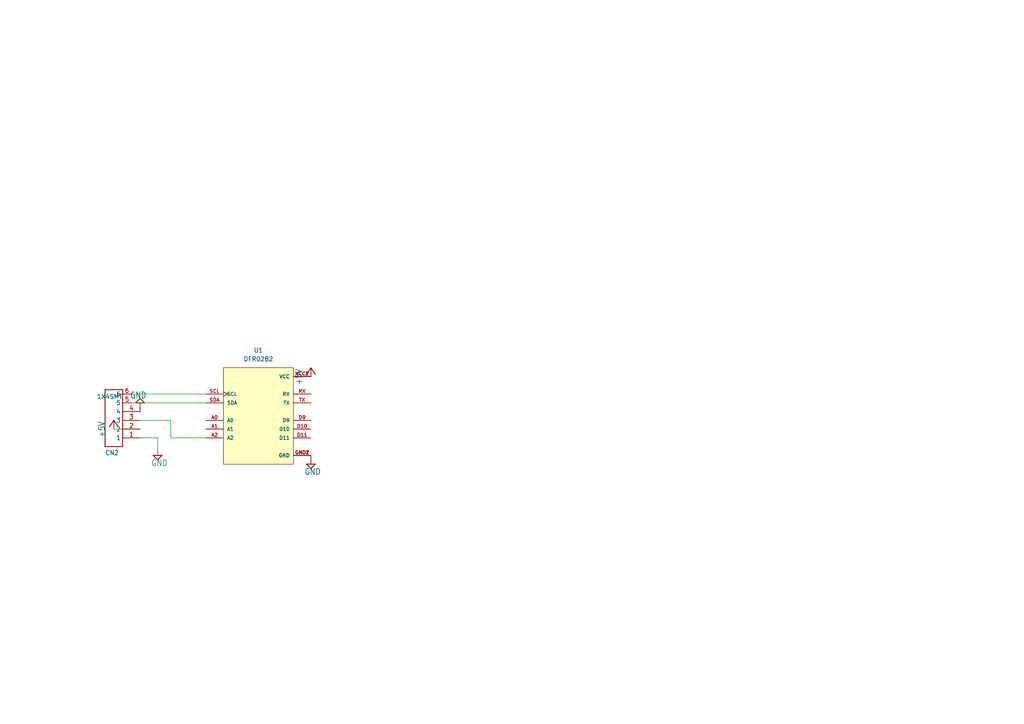
<source format=kicad_sch>
(kicad_sch (version 20211123) (generator eeschema)
  (paper "A4")
  (lib_symbols
    (symbol "Adafruit NeoPixel 8 Stick-eagle-import:+5V" (power)
      (property "Value" "+5V" (at -2.54 -5.08 90))
      (symbol "+5V_1_0"
        (polyline (pts (xy 0 0) (xy -1.27 -1.905)) (stroke (width 0.254)))
        (polyline (pts (xy 1.27 -1.905) (xy 0 0)) (stroke (width 0.254)))
        (pin power_in line (at 0 -2.54 90) (length 2.54) (name "+5V") (number "1"))
      )
    )
    (symbol "Adafruit NeoPixel 8 Stick-eagle-import:1X4SMT"
      (property "Reference" "CN" (at 5.08 7.62 0))
      (property "Value" "1X4SMT" (at 0 -10.16 0))
      (symbol "1X4SMT_1_0"
        (polyline (pts (xy 0 -11.43) (xy 0 5.08)) (stroke (width 0.254)))
        (polyline (pts (xy 0 5.08) (xy 5.08 5.08)) (stroke (width 0.254)))
        (polyline (pts (xy 5.08 -11.43) (xy 0 -11.43)) (stroke (width 0.254)))
        (polyline (pts (xy 5.08 5.08) (xy 5.08 -11.43)) (stroke (width 0.254)))
        (pin bidirectional line (at -5.08 2.54 0) (length 5.08) (name "1") (number "1"))
        (pin bidirectional line (at -5.08 0 0) (length 5.08) (name "2") (number "2"))
        (pin bidirectional line (at -5.08 -2.54 0) (length 5.08) (name "3") (number "3"))
        (pin bidirectional line (at -5.08 -5.08 0) (length 5.08) (name "4") (number "4"))
      )
      (symbol "1X4SMT_1_1"
        (pin bidirectional line (at -2.54 -7.62 0) (length 2.54) (name "5") (number "5"))
        (pin bidirectional line (at -2.54 -10.16 0) (length 2.54) (name "6") (number "6"))
      )
    )
    (symbol "Adafruit NeoPixel 8 Stick-eagle-import:GND" (power)
      (property "Value" "GND" (at -1.905 -3.175 0))
      (symbol "GND_1_0"
        (polyline (pts (xy -1.27 0) (xy 1.27 0)) (stroke (width 0.254)))
        (polyline (pts (xy 0 -1.27) (xy -1.27 0)) (stroke (width 0.254)))
        (polyline (pts (xy 1.27 0) (xy 0 -1.27)) (stroke (width 0.254)))
        (pin power_in line (at 0 2.54 270) (length 2.54) (name "GND") (number "1"))
      )
    )
    (symbol "DFR0282:DFR0282" (pin_names (offset 1.016))
      (property "Reference" "U" (at -10.16 16.002 0))
      (property "Value" "DFR0282" (at -10.16 -15.24 0))
      (symbol "DFR0282_0_0"
        (rectangle (start -10.16 -12.7) (end 10.16 15.24) (stroke (width 0.1524)) (fill (type background)))
        (pin bidirectional line (at -15.24 0 0) (length 5.08) (name "A0") (number "A0"))
        (pin bidirectional line (at -15.24 -2.54 0) (length 5.08) (name "A1") (number "A1"))
        (pin bidirectional line (at -15.24 -5.08 0) (length 5.08) (name "A2") (number "A2"))
        (pin bidirectional line (at 15.24 -2.54 180) (length 5.08) (name "D10") (number "D10"))
        (pin bidirectional line (at 15.24 -5.08 180) (length 5.08) (name "D11") (number "D11"))
        (pin bidirectional line (at 15.24 0 180) (length 5.08) (name "D9") (number "D9"))
        (pin power_in line (at 15.24 -10.16 180) (length 5.08) (name "GND") (number "GND1"))
        (pin power_in line (at 15.24 -10.16 180) (length 5.08) (name "GND") (number "GND2"))
        (pin input line (at 15.24 7.62 180) (length 5.08) (name "RX") (number "RX"))
        (pin input clock (at -15.24 7.62 0) (length 5.08) (name "SCL") (number "SCL"))
        (pin bidirectional line (at -15.24 5.08 0) (length 5.08) (name "SDA") (number "SDA"))
        (pin output line (at 15.24 5.08 180) (length 5.08) (name "TX") (number "TX"))
        (pin power_in line (at 15.24 12.7 180) (length 5.08) (name "VCC") (number "VCC1"))
        (pin power_in line (at 15.24 12.7 180) (length 5.08) (name "VCC") (number "VCC2"))
      )
    )
  )
  (wire (pts (xy 40.64 127) (xy 45.72 127)))
  (wire (pts (xy 45.72 127) (xy 45.72 129.54)))
  (wire (pts (xy 38.1 116.84) (xy 59.69 116.84)))
  (wire (pts (xy 38.1 114.3) (xy 59.69 114.3)))
  (wire (pts (xy 49.53 121.92) (xy 40.64 121.92)))
  (wire (pts (xy 49.53 127) (xy 49.53 121.92)))
  (wire (pts (xy 59.69 127) (xy 49.53 127)))
  (wire (pts (xy 33.02 124.46) (xy 40.64 124.46)))
  (symbol (lib_id "Adafruit NeoPixel 8 Stick-eagle-import:GND") (at 90.17 134.62 0) (unit 1)
    (property "Reference" "#SUPPLY0101" (effects hide))
    (property "Value" "GND" (at 88.265 137.795 0) (effects (font (size 1.778 1.5113)) (justify left bottom)))
    (property "Footprint" "Adafruit NeoPixel 8 Stick:" (effects hide))
  )
  (symbol (lib_id "Adafruit NeoPixel 8 Stick-eagle-import:GND") (at 40.64 116.84 180) (unit 1)
    (property "Reference" "#SUPPLY02" (effects hide))
    (property "Value" "GND" (at 42.545 113.665 0) (effects (font (size 1.778 1.5113)) (justify left bottom)))
    (property "Footprint" "Adafruit NeoPixel 8 Stick:" (effects hide))
  )
  (symbol (lib_id "Adafruit NeoPixel 8 Stick-eagle-import:+5V") (at 90.17 106.68 0) (unit 1)
    (property "Reference" "#P+0101" (effects hide))
    (property "Value" "+5V" (at 87.63 111.76 90) (effects (font (size 1.778 1.5113)) (justify left bottom)))
    (property "Footprint" "Adafruit NeoPixel 8 Stick:" (effects hide))
  )
  (symbol (lib_id "Adafruit NeoPixel 8 Stick-eagle-import:+5V") (at 33.02 121.92 0) (unit 1)
    (property "Reference" "#P+011" (effects hide))
    (property "Value" "+5V" (at 30.48 127 90) (effects (font (size 1.778 1.5113)) (justify left bottom)))
    (property "Footprint" "Adafruit NeoPixel 8 Stick:" (effects hide))
  )
  (symbol (lib_id "Adafruit NeoPixel 8 Stick-eagle-import:GND") (at 45.72 132.08 0) (unit 1)
    (property "Reference" "#SUPPLY07" (effects hide))
    (property "Value" "GND" (at 43.815 135.255 0) (effects (font (size 1.778 1.5113)) (justify left bottom)))
    (property "Footprint" "Adafruit NeoPixel 8 Stick:" (effects hide))
  )
  (symbol (lib_id "Adafruit NeoPixel 8 Stick-eagle-import:1X4SMT") (at 35.56 124.46 180) (unit 1)
    (property "Reference" "CN2" (at 30.48 132.08 0) (effects (justify right top)))
    (property "Value" "1X4SMT" (at 35.56 114.3 0) (effects (justify left bottom)))
    (property "Footprint" "Adafruit NeoPixel 8 Stick:1X4-SMT" (effects hide))
  )
  (symbol (lib_id "DFR0282:DFR0282") (at 74.93 121.92 0) (unit 1)
    (property "Reference" "U1" (at 74.93 101.6 0))
    (property "Value" "DFR0282" (at 74.93 104.14 0))
    (property "Footprint" "DFR0282" (effects hide))
    (property "MANUFACTURER" "DFRobot" (effects hide))
  )
)
</source>
